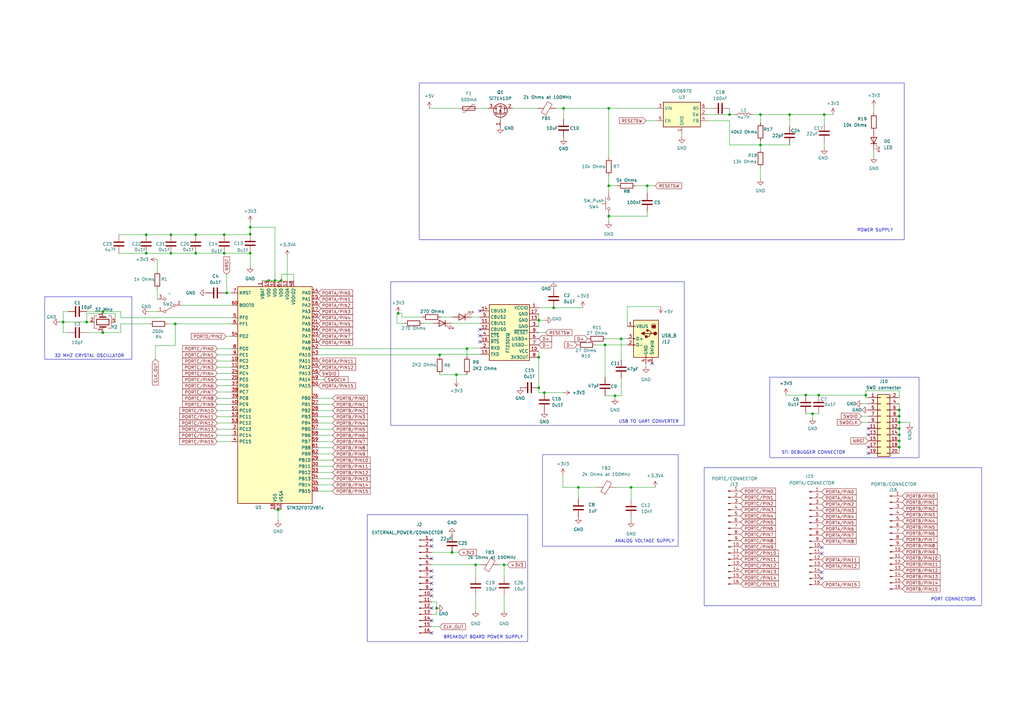
<source format=kicad_sch>
(kicad_sch (version 20230121) (generator eeschema)
  (paper "A3")
  (title_block (title "STM32F072VHB MCU BOARD") (date "2023-08-15") (rev "0"))
  (junction (at 59.944 103.886))
  (junction (at 110.236 115.062))
  (junction (at 42.164 136.398))
  (junction (at 223.266 161.036))
  (junction (at 114.046 209.042))
  (junction (at 59.944 96.266))
  (junction (at 258.826 199.898))
  (junction (at 368.808 168.148))
  (junction (at 311.912 59.436))
  (junction (at 179.07 249.428))
  (junction (at 80.264 103.886))
  (junction (at 237.236 199.898))
  (junction (at 163.322 128.524))
  (junction (at 338.074 46.99))
  (junction (at 91.948 96.266))
  (junction (at 115.316 115.062))
  (junction (at 368.808 170.688))
  (junction (at 220.98 146.558))
  (junction (at 335.788 162.052))
  (junction (at 206.756 231.648))
  (junction (at 323.85 46.99))
  (junction (at 355.092 162.052))
  (junction (at 185.42 226.568))
  (junction (at 333.248 169.672))
  (junction (at 25.908 132.08))
  (junction (at 368.808 173.228))
  (junction (at 249.682 44.45))
  (junction (at 42.164 127.762))
  (junction (at 187.198 153.67))
  (junction (at 80.264 96.266))
  (junction (at 180.34 145.542))
  (junction (at 91.948 103.886))
  (junction (at 249.682 76.2))
  (junction (at 227.076 126.238))
  (junction (at 102.616 96.012))
  (junction (at 35.56 132.08))
  (junction (at 265.43 76.2))
  (junction (at 368.808 183.388))
  (junction (at 112.776 115.062))
  (junction (at 368.808 180.848))
  (junction (at 102.616 93.218))
  (junction (at 368.808 178.308))
  (junction (at 248.158 141.478))
  (junction (at 299.212 46.99))
  (junction (at 102.616 103.886))
  (junction (at 231.14 44.45))
  (junction (at 71.882 132.842))
  (junction (at 330.454 162.052))
  (junction (at 311.912 46.99))
  (junction (at 220.98 159.004))
  (junction (at 92.964 120.142))
  (junction (at 191.516 143.002))
  (junction (at 70.104 103.886))
  (junction (at 368.808 175.768))
  (junction (at 195.072 231.648))
  (junction (at 254.762 138.938))
  (junction (at 252.222 162.306))
  (junction (at 220.98 131.318))
  (junction (at 70.104 96.266))
  (junction (at 249.682 88.646))
  (no_connect (at 267.462 149.098))
  (no_connect (at 177.038 234.188))
  (no_connect (at 177.038 236.728))
  (no_connect (at 177.038 249.428))
  (no_connect (at 196.85 140.208))
  (no_connect (at 177.038 239.268))
  (no_connect (at 177.038 244.348))
  (no_connect (at 177.038 259.588))
  (no_connect (at 337.058 237.236))
  (no_connect (at 177.038 254.508))
  (no_connect (at 337.058 227.076))
  (no_connect (at 177.038 221.488))
  (no_connect (at 356.108 183.388))
  (no_connect (at 337.058 224.536))
  (no_connect (at 177.038 224.028))
  (no_connect (at 177.038 229.108))
  (no_connect (at 196.85 135.128))
  (no_connect (at 177.038 241.808))
  (no_connect (at 356.108 175.768))
  (no_connect (at 196.85 137.668))
  (no_connect (at 337.058 234.696))
  (no_connect (at 356.108 185.928))
  (no_connect (at 196.85 127.508))
  (no_connect (at 356.108 178.308))
  (wire (pts (xy 249.682 76.2) (xy 253.238 76.2)))
  (wire (pts (xy 89.154 155.702) (xy 94.996 155.702)))
  (wire (pts (xy 162.814 132.588) (xy 162.814 128.778)))
  (wire (pts (xy 115.57 115.062) (xy 115.316 115.062)))
  (wire (pts (xy 89.154 143.002) (xy 94.996 143.002)))
  (wire (pts (xy 180.848 130.048) (xy 185.674 130.048)))
  (wire (pts (xy 333.248 169.672) (xy 333.248 171.45)))
  (wire (pts (xy 196.85 130.048) (xy 193.294 130.048)))
  (wire (pts (xy 107.696 115.062) (xy 110.236 115.062)))
  (wire (pts (xy 338.074 46.99) (xy 341.63 46.99)))
  (wire (pts (xy 71.882 141.732) (xy 63.754 141.732)))
  (wire (pts (xy 110.236 115.062) (xy 112.776 115.062)))
  (wire (pts (xy 289.814 46.99) (xy 299.212 46.99)))
  (wire (pts (xy 220.98 146.558) (xy 220.98 159.004)))
  (wire (pts (xy 35.56 128.524) (xy 35.56 132.08)))
  (wire (pts (xy 353.314 173.228) (xy 356.108 173.228)))
  (wire (pts (xy 330.454 169.672) (xy 333.248 169.672)))
  (wire (pts (xy 191.516 143.002) (xy 191.516 146.05)))
  (wire (pts (xy 136.398 181.102) (xy 130.556 181.102)))
  (wire (pts (xy 195.072 231.648) (xy 197.104 231.648)))
  (wire (pts (xy 196.088 44.45) (xy 200.152 44.45)))
  (wire (pts (xy 115.57 112.522) (xy 120.396 112.522)))
  (wire (pts (xy 185.42 226.822) (xy 185.42 226.568)))
  (wire (pts (xy 258.826 212.344) (xy 258.826 213.614)))
  (wire (pts (xy 206.756 231.648) (xy 206.756 236.474)))
  (wire (pts (xy 191.516 142.748) (xy 191.516 143.002)))
  (wire (pts (xy 223.52 131.318) (xy 220.98 131.318)))
  (wire (pts (xy 260.858 76.2) (xy 265.43 76.2)))
  (wire (pts (xy 42.164 127.762) (xy 49.53 127.762)))
  (wire (pts (xy 230.886 194.818) (xy 230.886 199.898)))
  (wire (pts (xy 322.326 162.052) (xy 330.454 162.052)))
  (wire (pts (xy 244.348 141.478) (xy 248.158 141.478)))
  (wire (pts (xy 35.56 132.08) (xy 37.084 132.08)))
  (wire (pts (xy 180.34 145.288) (xy 196.85 145.288)))
  (wire (pts (xy 71.882 132.842) (xy 94.996 132.842)))
  (wire (pts (xy 59.944 103.886) (xy 48.768 103.886)))
  (wire (pts (xy 115.57 112.522) (xy 115.57 115.062)))
  (wire (pts (xy 89.154 176.022) (xy 94.996 176.022)))
  (wire (pts (xy 162.814 128.778) (xy 163.068 128.778)))
  (wire (pts (xy 91.948 103.886) (xy 80.264 103.886)))
  (wire (pts (xy 249.682 72.136) (xy 249.682 76.2)))
  (wire (pts (xy 223.266 161.036) (xy 220.98 161.036)))
  (wire (pts (xy 180.34 257.048) (xy 177.038 257.048)))
  (wire (pts (xy 89.154 153.162) (xy 94.996 153.162)))
  (wire (pts (xy 237.236 199.898) (xy 244.856 199.898)))
  (wire (pts (xy 185.42 226.568) (xy 187.96 226.568)))
  (wire (pts (xy 299.212 44.45) (xy 299.212 46.99)))
  (wire (pts (xy 368.808 175.768) (xy 368.808 178.308)))
  (wire (pts (xy 333.248 169.672) (xy 335.788 169.672)))
  (wire (pts (xy 248.666 138.938) (xy 254.762 138.938)))
  (wire (pts (xy 91.948 96.266) (xy 80.264 96.266)))
  (wire (pts (xy 35.56 127.762) (xy 42.164 127.762)))
  (wire (pts (xy 25.908 127.762) (xy 27.94 127.762)))
  (wire (pts (xy 80.264 103.886) (xy 70.104 103.886)))
  (wire (pts (xy 132.842 155.702) (xy 130.556 155.702)))
  (wire (pts (xy 89.154 173.482) (xy 94.996 173.482)))
  (wire (pts (xy 89.154 150.622) (xy 94.996 150.622)))
  (wire (pts (xy 191.516 142.748) (xy 196.85 142.748)))
  (wire (pts (xy 112.776 93.218) (xy 112.776 115.062)))
  (wire (pts (xy 35.56 128.524) (xy 47.244 128.524)))
  (wire (pts (xy 355.092 160.274) (xy 368.808 160.274)))
  (wire (pts (xy 136.398 193.802) (xy 130.556 193.802)))
  (wire (pts (xy 248.158 154.686) (xy 248.158 141.478)))
  (wire (pts (xy 42.164 136.398) (xy 49.53 136.398)))
  (wire (pts (xy 210.312 44.45) (xy 220.472 44.45)))
  (wire (pts (xy 164.846 128.524) (xy 163.322 128.524)))
  (wire (pts (xy 112.776 115.062) (xy 115.316 115.062)))
  (wire (pts (xy 176.022 44.45) (xy 188.468 44.45)))
  (wire (pts (xy 206.756 250.444) (xy 206.756 244.094)))
  (wire (pts (xy 59.944 96.266) (xy 48.768 96.266)))
  (wire (pts (xy 237.236 204.47) (xy 237.236 199.898)))
  (wire (pts (xy 231.14 161.036) (xy 223.266 161.036)))
  (wire (pts (xy 120.396 112.522) (xy 120.396 115.062)))
  (wire (pts (xy 373.126 173.228) (xy 373.126 173.99)))
  (wire (pts (xy 311.912 59.436) (xy 299.212 59.436)))
  (wire (pts (xy 249.682 44.45) (xy 269.494 44.45)))
  (wire (pts (xy 311.912 59.436) (xy 323.85 59.436)))
  (wire (pts (xy 47.244 128.524) (xy 47.244 132.08)))
  (wire (pts (xy 114.046 213.614) (xy 114.046 209.042)))
  (wire (pts (xy 355.092 162.052) (xy 355.092 163.068)))
  (wire (pts (xy 89.154 168.402) (xy 94.996 168.402)))
  (wire (pts (xy 179.07 249.428) (xy 179.07 251.968)))
  (wire (pts (xy 254.762 138.938) (xy 257.302 138.938)))
  (wire (pts (xy 358.394 43.688) (xy 358.394 46.228)))
  (wire (pts (xy 252.222 163.322) (xy 252.222 162.306)))
  (wire (pts (xy 353.314 170.688) (xy 356.108 170.688)))
  (wire (pts (xy 42.164 127.762) (xy 42.164 128.27)))
  (wire (pts (xy 249.682 64.516) (xy 249.682 44.45)))
  (wire (pts (xy 368.808 173.228) (xy 368.808 175.768)))
  (wire (pts (xy 338.074 58.42) (xy 338.074 60.706)))
  (wire (pts (xy 25.908 127.762) (xy 25.908 132.08)))
  (wire (pts (xy 252.476 199.898) (xy 258.826 199.898)))
  (wire (pts (xy 230.886 199.898) (xy 237.236 199.898)))
  (wire (pts (xy 196.85 132.588) (xy 185.166 132.588)))
  (wire (pts (xy 177.038 246.888) (xy 179.07 246.888)))
  (wire (pts (xy 60.96 127.762) (xy 64.516 127.762)))
  (wire (pts (xy 187.198 153.67) (xy 187.198 155.956)))
  (wire (pts (xy 220.98 144.018) (xy 220.98 146.558)))
  (wire (pts (xy 195.072 231.648) (xy 195.072 236.474)))
  (wire (pts (xy 279.654 54.61) (xy 279.654 56.134)))
  (wire (pts (xy 136.398 201.422) (xy 130.556 201.422)))
  (wire (pts (xy 299.212 49.53) (xy 289.814 49.53)))
  (wire (pts (xy 64.516 118.618) (xy 64.516 122.682)))
  (wire (pts (xy 368.808 180.848) (xy 368.808 183.388)))
  (wire (pts (xy 94.996 125.222) (xy 74.676 125.222)))
  (wire (pts (xy 311.912 57.912) (xy 311.912 59.436)))
  (wire (pts (xy 311.912 73.406) (xy 311.912 68.834)))
  (wire (pts (xy 227.076 126.238) (xy 239.014 126.238)))
  (wire (pts (xy 368.808 160.274) (xy 368.808 163.068)))
  (wire (pts (xy 187.198 153.67) (xy 191.516 153.67)))
  (wire (pts (xy 25.908 132.08) (xy 25.908 136.398)))
  (wire (pts (xy 164.846 130.048) (xy 173.228 130.048)))
  (wire (pts (xy 265.43 76.2) (xy 268.732 76.2)))
  (wire (pts (xy 136.398 163.322) (xy 130.556 163.322)))
  (wire (pts (xy 368.808 165.608) (xy 368.808 168.148)))
  (wire (pts (xy 180.34 153.67) (xy 187.198 153.67)))
  (wire (pts (xy 177.038 251.968) (xy 179.07 251.968)))
  (wire (pts (xy 136.398 173.482) (xy 130.556 173.482)))
  (wire (pts (xy 114.046 209.042) (xy 115.316 209.042)))
  (wire (pts (xy 25.908 136.398) (xy 27.94 136.398)))
  (wire (pts (xy 136.398 176.022) (xy 130.556 176.022)))
  (wire (pts (xy 89.154 148.082) (xy 94.996 148.082)))
  (wire (pts (xy 136.398 178.562) (xy 130.556 178.562)))
  (wire (pts (xy 89.154 181.102) (xy 94.996 181.102)))
  (wire (pts (xy 102.616 96.266) (xy 91.948 96.266)))
  (wire (pts (xy 254.762 147.574) (xy 254.762 138.938)))
  (wire (pts (xy 254.762 155.194) (xy 254.762 162.306)))
  (wire (pts (xy 231.14 44.45) (xy 231.14 48.768)))
  (wire (pts (xy 102.616 91.186) (xy 102.616 93.218)))
  (wire (pts (xy 330.454 162.052) (xy 335.788 162.052)))
  (wire (pts (xy 24.384 132.08) (xy 25.908 132.08)))
  (wire (pts (xy 323.85 46.99) (xy 338.074 46.99)))
  (wire (pts (xy 249.682 88.646) (xy 249.682 90.932)))
  (wire (pts (xy 355.092 162.052) (xy 355.092 160.274)))
  (wire (pts (xy 195.072 244.094) (xy 195.072 250.444)))
  (wire (pts (xy 264.922 150.368) (xy 264.922 149.098)))
  (wire (pts (xy 257.302 141.478) (xy 248.158 141.478)))
  (wire (pts (xy 204.724 231.648) (xy 206.756 231.648)))
  (wire (pts (xy 71.882 132.842) (xy 71.882 141.732)))
  (wire (pts (xy 299.212 59.436) (xy 299.212 49.53)))
  (wire (pts (xy 177.038 226.568) (xy 185.42 226.568)))
  (wire (pts (xy 368.808 170.688) (xy 368.808 173.228)))
  (wire (pts (xy 220.98 131.318) (xy 220.98 128.778)))
  (wire (pts (xy 117.856 105.156) (xy 117.856 115.062)))
  (wire (pts (xy 223.774 136.398) (xy 220.98 136.398)))
  (wire (pts (xy 70.104 103.886) (xy 59.944 103.886)))
  (wire (pts (xy 25.908 132.08) (xy 35.56 132.08)))
  (wire (pts (xy 136.398 188.722) (xy 130.556 188.722)))
  (wire (pts (xy 136.398 186.182) (xy 130.556 186.182)))
  (wire (pts (xy 249.682 76.2) (xy 249.682 78.486)))
  (wire (pts (xy 257.302 125.73) (xy 271.018 125.73)))
  (wire (pts (xy 228.092 44.45) (xy 231.14 44.45)))
  (wire (pts (xy 265.43 86.868) (xy 265.43 88.646)))
  (wire (pts (xy 102.616 103.632) (xy 102.616 103.886)))
  (wire (pts (xy 358.394 64.262) (xy 358.394 61.468)))
  (wire (pts (xy 180.34 145.288) (xy 180.34 145.542)))
  (wire (pts (xy 102.616 103.886) (xy 91.948 103.886)))
  (wire (pts (xy 220.98 133.858) (xy 220.98 131.318)))
  (wire (pts (xy 162.814 132.588) (xy 165.862 132.588)))
  (wire (pts (xy 89.154 163.322) (xy 94.996 163.322)))
  (wire (pts (xy 368.808 183.388) (xy 368.808 185.928)))
  (wire (pts (xy 163.068 128.524) (xy 163.322 128.524)))
  (wire (pts (xy 180.34 145.542) (xy 180.34 146.05)))
  (wire (pts (xy 311.912 46.99) (xy 323.85 46.99)))
  (wire (pts (xy 136.398 165.862) (xy 130.556 165.862)))
  (wire (pts (xy 130.556 145.542) (xy 180.34 145.542)))
  (wire (pts (xy 102.616 96.012) (xy 102.616 96.266)))
  (wire (pts (xy 231.14 56.642) (xy 231.14 56.388)))
  (wire (pts (xy 130.556 143.002) (xy 191.516 143.002)))
  (wire (pts (xy 252.222 162.306) (xy 254.762 162.306)))
  (wire (pts (xy 368.808 178.308) (xy 368.808 180.848)))
  (wire (pts (xy 89.154 170.942) (xy 94.996 170.942)))
  (wire (pts (xy 49.53 132.842) (xy 61.214 132.842)))
  (wire (pts (xy 136.398 198.882) (xy 130.556 198.882)))
  (wire (pts (xy 355.092 163.068) (xy 356.108 163.068)))
  (wire (pts (xy 89.154 158.242) (xy 94.996 158.242)))
  (wire (pts (xy 164.846 130.048) (xy 164.846 128.524)))
  (wire (pts (xy 265.43 76.2) (xy 265.43 79.248)))
  (wire (pts (xy 136.398 170.942) (xy 130.556 170.942)))
  (wire (pts (xy 323.85 51.816) (xy 323.85 46.99)))
  (wire (pts (xy 179.07 246.888) (xy 179.07 249.428)))
  (wire (pts (xy 258.826 199.898) (xy 258.826 204.724)))
  (wire (pts (xy 64.516 106.426) (xy 64.516 110.998)))
  (wire (pts (xy 49.53 132.842) (xy 49.53 136.398)))
  (wire (pts (xy 311.912 46.99) (xy 308.864 46.99)))
  (wire (pts (xy 299.212 46.99) (xy 301.244 46.99)))
  (wire (pts (xy 195.072 231.648) (xy 177.038 231.648)))
  (wire (pts (xy 264.922 49.53) (xy 269.494 49.53)))
  (wire (pts (xy 42.164 136.398) (xy 42.164 135.89)))
  (wire (pts (xy 257.302 125.73) (xy 257.302 133.858)))
  (wire (pts (xy 63.754 141.732) (xy 63.754 147.32)))
  (wire (pts (xy 206.756 231.648) (xy 208.026 231.648)))
  (wire (pts (xy 112.776 209.042) (xy 114.046 209.042)))
  (wire (pts (xy 136.398 168.402) (xy 130.556 168.402)))
  (wire (pts (xy 92.964 112.522) (xy 92.964 120.142)))
  (wire (pts (xy 112.776 93.218) (xy 102.616 93.218)))
  (wire (pts (xy 291.592 44.45) (xy 289.814 44.45)))
  (wire (pts (xy 353.822 165.608) (xy 356.108 165.608)))
  (wire (pts (xy 163.068 128.778) (xy 163.068 128.524)))
  (wire (pts (xy 102.616 93.218) (xy 102.616 96.012)))
  (wire (pts (xy 92.202 120.142) (xy 92.964 120.142)))
  (wire (pts (xy 68.834 132.842) (xy 71.882 132.842)))
  (wire (pts (xy 49.53 130.302) (xy 94.996 130.302)))
  (wire (pts (xy 265.43 88.646) (xy 249.682 88.646)))
  (wire (pts (xy 373.126 173.228) (xy 368.808 173.228)))
  (wire (pts (xy 102.616 103.886) (xy 102.616 109.22)))
  (wire (pts (xy 136.398 191.262) (xy 130.556 191.262)))
  (wire (pts (xy 89.154 178.562) (xy 94.996 178.562)))
  (wire (pts (xy 177.546 132.588) (xy 173.482 132.588)))
  (wire (pts (xy 220.98 161.036) (xy 220.98 159.004)))
  (wire (pts (xy 49.53 130.302) (xy 49.53 127.762)))
  (wire (pts (xy 311.912 59.436) (xy 311.912 61.214)))
  (wire (pts (xy 335.788 162.052) (xy 355.092 162.052)))
  (wire (pts (xy 338.074 46.99) (xy 338.074 50.8)))
  (wire (pts (xy 89.154 145.542) (xy 94.996 145.542)))
  (wire (pts (xy 89.154 165.862) (xy 94.996 165.862)))
  (wire (pts (xy 220.98 126.238) (xy 227.076 126.238)))
  (wire (pts (xy 92.964 120.142) (xy 94.996 120.142)))
  (wire (pts (xy 92.71 137.922) (xy 94.996 137.922)))
  (wire (pts (xy 258.826 199.898) (xy 268.732 199.898)))
  (wire (pts (xy 248.158 162.306) (xy 252.222 162.306)))
  (wire (pts (xy 231.14 44.45) (xy 249.682 44.45)))
  (wire (pts (xy 311.912 50.292) (xy 311.912 46.99)))
  (wire (pts (xy 368.808 168.148) (xy 368.808 170.688)))
  (wire (pts (xy 35.56 136.398) (xy 42.164 136.398)))
  (wire (pts (xy 89.154 160.782) (xy 94.996 160.782)))
  (wire (pts (xy 136.398 183.642) (xy 130.556 183.642)))
  (wire (pts (xy 70.104 96.266) (xy 59.944 96.266)))
  (wire (pts (xy 136.398 196.342) (xy 130.556 196.342)))
  (wire (pts (xy 80.264 96.266) (xy 70.104 96.266)))
  (rectangle (start 315.722 154.686) (end 376.936 187.706))
  (rectangle (start 18.288 121.666) (end 54.102 147.32))
  (rectangle (start 171.958 34.036) (end 370.84 98.298))
  (rectangle (start 160.274 115.57) (end 280.67 174.498))
  (rectangle (start 288.798 191.77) (end 402.59 248.412))
  (rectangle (start 222.504 186.436) (end 278.13 224.028))
  (rectangle (start 150.622 211.074) (end 216.408 263.144))
  (text "POWER SUPPLY" (at 351.536 95.25 0) (effects (font (size 1.27 1.27)) (justify left bottom)))
  (text "32 MHZ CRYSTAL OSCILLATOR" (at 22.352 146.812 0) (effects (font (size 1.27 1.27)) (justify left bottom)))
  (text "PORT CONNECTORS" (at 381.762 246.634 0) (effects (font (size 1.27 1.27)) (justify left bottom)))
  (text "BREAKOUT BOARD POWER SUPPLY" (at 181.864 262.128 0) (effects (font (size 1.27 1.27)) (justify left bottom)))
  (text "USB TO UART CONVERTER" (at 253.746 173.736 0) (effects (font (size 1.27 1.27)) (justify left bottom)))
  (text "ANALOG VOLTAGE SUPPLY" (at 252.222 222.758 0) (effects (font (size 1.27 1.27)) (justify left bottom)))
  (text "STI DEBUGGER CONNECTOR\n" (at 320.548 186.436 0) (effects (font (size 1.27 1.27)) (justify left bottom)))
  (global_label "PORTB{slash}PIN11" (shape input) (at 136.398 191.262 0) (property "Intersheetrefs" "${INTERSHEET_REFS}" (effects hide)))
  (global_label "PORTC{slash}PIN14" (shape input) (at 303.784 236.982 0) (property "Intersheetrefs" "${INTERSHEET_REFS}" (effects hide)))
  (global_label "PORTC{slash}PIN1" (shape input) (at 89.154 145.542 180) (property "Intersheetrefs" "${INTERSHEET_REFS}" (effects hide)))
  (global_label "PORTB{slash}PIN4" (shape input) (at 370.078 213.614 0) (property "Intersheetrefs" "${INTERSHEET_REFS}" (effects hide)))
  (global_label "PORTB{slash}PIN7" (shape input) (at 370.078 221.234 0) (property "Intersheetrefs" "${INTERSHEET_REFS}" (effects hide)))
  (global_label "PORTA{slash}PIN11" (shape input) (at 130.556 148.082 0) (property "Intersheetrefs" "${INTERSHEET_REFS}" (effects hide)))
  (global_label "PORTC{slash}PIN5" (shape input) (at 89.154 155.702 180) (property "Intersheetrefs" "${INTERSHEET_REFS}" (effects hide)))
  (global_label "PORTC{slash}PIN4" (shape input) (at 303.784 211.582 0) (property "Intersheetrefs" "${INTERSHEET_REFS}" (effects hide)))
  (global_label "PORTC{slash}PIN2" (shape input) (at 89.154 148.082 180) (property "Intersheetrefs" "${INTERSHEET_REFS}" (effects hide)))
  (global_label "RESETSW" (shape input) (at 268.732 76.2 0) (property "Intersheetrefs" "${INTERSHEET_REFS}" (effects hide)))
  (global_label "PORTB{slash}PIN2" (shape input) (at 136.398 168.402 0) (property "Intersheetrefs" "${INTERSHEET_REFS}" (effects hide)))
  (global_label "PORTB{slash}PIN9" (shape input) (at 136.398 186.182 0) (property "Intersheetrefs" "${INTERSHEET_REFS}" (effects hide)))
  (global_label "PORTA{slash}PIN7" (shape input) (at 130.556 137.922 0) (property "Intersheetrefs" "${INTERSHEET_REFS}" (effects hide)))
  (global_label "PORTA{slash}PIN2" (shape input) (at 130.556 125.222 0) (property "Intersheetrefs" "${INTERSHEET_REFS}" (effects hide)))
  (global_label "PORTB{slash}PIN5" (shape input) (at 136.398 176.022 0) (property "Intersheetrefs" "${INTERSHEET_REFS}" (effects hide)))
  (global_label "+3V3" (shape input) (at 187.96 226.568 0) (property "Intersheetrefs" "${INTERSHEET_REFS}" (effects hide)))
  (global_label "PORTB{slash}PIN12" (shape input) (at 370.078 233.934 0) (property "Intersheetrefs" "${INTERSHEET_REFS}" (effects hide)))
  (global_label "PORTB{slash}PIN14" (shape input) (at 370.078 239.014 0) (property "Intersheetrefs" "${INTERSHEET_REFS}" (effects hide)))
  (global_label "PORTA{slash}PIN6" (shape input) (at 130.556 135.382 0) (property "Intersheetrefs" "${INTERSHEET_REFS}" (effects hide)))
  (global_label "PORTC{slash}PIN0" (shape input) (at 89.154 143.002 180) (property "Intersheetrefs" "${INTERSHEET_REFS}" (effects hide)))
  (global_label "PORTB{slash}PIN9" (shape input) (at 370.078 226.314 0) (property "Intersheetrefs" "${INTERSHEET_REFS}" (effects hide)))
  (global_label "PORTB{slash}PIN6" (shape input) (at 370.078 218.694 0) (property "Intersheetrefs" "${INTERSHEET_REFS}" (effects hide)))
  (global_label "PORTA{slash}PIN11" (shape input) (at 337.058 229.616 0) (property "Intersheetrefs" "${INTERSHEET_REFS}" (effects hide)))
  (global_label "PORTA{slash}PIN4" (shape input) (at 130.556 130.302 0) (property "Intersheetrefs" "${INTERSHEET_REFS}" (effects hide)))
  (global_label "PORTC{slash}PIN0" (shape input) (at 303.784 201.422 0) (property "Intersheetrefs" "${INTERSHEET_REFS}" (effects hide)))
  (global_label "PORTB{slash}PIN3" (shape input) (at 370.078 211.074 0) (property "Intersheetrefs" "${INTERSHEET_REFS}" (effects hide)))
  (global_label "PORTC{slash}PIN9" (shape input) (at 89.154 165.862 180) (property "Intersheetrefs" "${INTERSHEET_REFS}" (effects hide)))
  (global_label "PORTB{slash}PIN13" (shape input) (at 370.078 236.474 0) (property "Intersheetrefs" "${INTERSHEET_REFS}" (effects hide)))
  (global_label "PORTC{slash}PIN13" (shape input) (at 89.154 176.022 180) (property "Intersheetrefs" "${INTERSHEET_REFS}" (effects hide)))
  (global_label "PORTC{slash}PIN13" (shape input) (at 303.784 234.442 0) (property "Intersheetrefs" "${INTERSHEET_REFS}" (effects hide)))
  (global_label "PORTB{slash}PIN4" (shape input) (at 136.398 173.482 0) (property "Intersheetrefs" "${INTERSHEET_REFS}" (effects hide)))
  (global_label "RESETSW" (shape input) (at 223.774 136.398 0) (property "Intersheetrefs" "${INTERSHEET_REFS}" (effects hide)))
  (global_label "PORTB{slash}PIN10" (shape input) (at 136.398 188.722 0) (property "Intersheetrefs" "${INTERSHEET_REFS}" (effects hide)))
  (global_label "PORTA{slash}PIN0" (shape input) (at 337.058 201.676 0) (property "Intersheetrefs" "${INTERSHEET_REFS}" (effects hide)))
  (global_label "PORTB{slash}PIN1" (shape input) (at 136.398 165.862 0) (property "Intersheetrefs" "${INTERSHEET_REFS}" (effects hide)))
  (global_label "PORTC{slash}PIN8" (shape input) (at 303.784 221.742 0) (property "Intersheetrefs" "${INTERSHEET_REFS}" (effects hide)))
  (global_label "PORTA{slash}PIN3" (shape input) (at 130.556 127.762 0) (property "Intersheetrefs" "${INTERSHEET_REFS}" (effects hide)))
  (global_label "SWDIO" (shape input) (at 353.314 170.688 180) (property "Intersheetrefs" "${INTERSHEET_REFS}" (effects hide)))
  (global_label "PORTA{slash}PIN2" (shape input) (at 337.058 206.756 0) (property "Intersheetrefs" "${INTERSHEET_REFS}" (effects hide)))
  (global_label "PORTA{slash}PIN8" (shape input) (at 337.058 221.996 0) (property "Intersheetrefs" "${INTERSHEET_REFS}" (effects hide)))
  (global_label "PORTB{slash}PIN12" (shape input) (at 136.398 193.802 0) (property "Intersheetrefs" "${INTERSHEET_REFS}" (effects hide)))
  (global_label "PORTB{slash}PIN2" (shape input) (at 370.078 208.534 0) (property "Intersheetrefs" "${INTERSHEET_REFS}" (effects hide)))
  (global_label "PORTB{slash}PIN0" (shape input) (at 370.078 203.454 0) (property "Intersheetrefs" "${INTERSHEET_REFS}" (effects hide)))
  (global_label "D-" (shape input) (at 236.728 141.478 180) (property "Intersheetrefs" "${INTERSHEET_REFS}" (effects hide)))
  (global_label "PORTA{slash}PIN0" (shape input) (at 130.556 120.142 0) (property "Intersheetrefs" "${INTERSHEET_REFS}" (effects hide)))
  (global_label "PORTB{slash}PIN0" (shape input) (at 136.398 163.322 0) (property "Intersheetrefs" "${INTERSHEET_REFS}" (effects hide)))
  (global_label "PORTC{slash}PIN8" (shape input) (at 89.154 163.322 180) (property "Intersheetrefs" "${INTERSHEET_REFS}" (effects hide)))
  (global_label "PORTB{slash}PIN3" (shape input) (at 136.398 170.942 0) (property "Intersheetrefs" "${INTERSHEET_REFS}" (effects hide)))
  (global_label "PORTB{slash}PIN8" (shape input) (at 136.398 183.642 0) (property "Intersheetrefs" "${INTERSHEET_REFS}" (effects hide)))
  (global_label "PORTA{slash}PIN12" (shape input) (at 130.556 150.622 0) (property "Intersheetrefs" "${INTERSHEET_REFS}" (effects hide)))
  (global_label "PORTB{slash}PIN10" (shape input) (at 370.078 228.854 0) (property "Intersheetrefs" "${INTERSHEET_REFS}" (effects hide)))
  (global_label "PORTA{slash}PIN15" (shape input) (at 130.556 158.242 0) (property "Intersheetrefs" "${INTERSHEET_REFS}" (effects hide)))
  (global_label "PORTC{slash}PIN10" (shape input) (at 303.784 226.822 0) (property "Intersheetrefs" "${INTERSHEET_REFS}" (effects hide)))
  (global_label "PORTC{slash}PIN3" (shape input) (at 89.154 150.622 180) (property "Intersheetrefs" "${INTERSHEET_REFS}" (effects hide)))
  (global_label "PORTB{slash}PIN5" (shape input) (at 370.078 216.154 0) (property "Intersheetrefs" "${INTERSHEET_REFS}" (effects hide)))
  (global_label "PORTA{slash}PIN7" (shape input) (at 337.058 219.456 0) (property "Intersheetrefs" "${INTERSHEET_REFS}" (effects hide)))
  (global_label "PORTC{slash}PIN6" (shape input) (at 303.784 216.662 0) (property "Intersheetrefs" "${INTERSHEET_REFS}" (effects hide)))
  (global_label "PORTC{slash}PIN12" (shape input) (at 303.784 231.902 0) (property "Intersheetrefs" "${INTERSHEET_REFS}" (effects hide)))
  (global_label "PORTC{slash}PIN10" (shape input) (at 89.154 168.402 180) (property "Intersheetrefs" "${INTERSHEET_REFS}" (effects hide)))
  (global_label "PORTA{slash}PIN1" (shape input) (at 337.058 204.216 0) (property "Intersheetrefs" "${INTERSHEET_REFS}" (effects hide)))
  (global_label "CLK_OUT" (shape input) (at 180.34 257.048 0) (property "Intersheetrefs" "${INTERSHEET_REFS}" (effects hide)))
  (global_label "D-" (shape input) (at 220.98 141.478 0) (property "Intersheetrefs" "${INTERSHEET_REFS}" (effects hide)))
  (global_label "PORTA{slash}PIN12" (shape input) (at 337.058 232.156 0) (property "Intersheetrefs" "${INTERSHEET_REFS}" (effects hide)))
  (global_label "PORTC{slash}PIN9" (shape input) (at 303.784 224.282 0) (property "Intersheetrefs" "${INTERSHEET_REFS}" (effects hide)))
  (global_label "PORTC{slash}PIN5" (shape input) (at 303.784 214.122 0) (property "Intersheetrefs" "${INTERSHEET_REFS}" (effects hide)))
  (global_label "PORTA{slash}PIN6" (shape input) (at 337.058 216.916 0) (property "Intersheetrefs" "${INTERSHEET_REFS}" (effects hide)))
  (global_label "NRST" (shape input) (at 92.964 112.522 90) (property "Intersheetrefs" "${INTERSHEET_REFS}" (effects hide)))
  (global_label "SWDIO" (shape input) (at 130.556 153.162 0) (property "Intersheetrefs" "${INTERSHEET_REFS}" (effects hide)))
  (global_label "PORTC{slash}PIN14" (shape input) (at 89.154 178.562 180) (property "Intersheetrefs" "${INTERSHEET_REFS}" (effects hide)))
  (global_label "PORTA{slash}PIN1" (shape input) (at 130.556 122.682 0) (property "Intersheetrefs" "${INTERSHEET_REFS}" (effects hide)))
  (global_label "CLK_OUT" (shape input) (at 63.754 147.32 270) (property "Intersheetrefs" "${INTERSHEET_REFS}" (effects hide)))
  (global_label "PORTC{slash}PIN4" (shape input) (at 89.154 153.162 180) (property "Intersheetrefs" "${INTERSHEET_REFS}" (effects hide)))
  (global_label "PORTC{slash}PIN11" (shape input) (at 303.784 229.362 0) (property "Intersheetrefs" "${INTERSHEET_REFS}" (effects hide)))
  (global_label "PORTA{slash}PIN5" (shape input) (at 130.556 132.842 0) (property "Intersheetrefs" "${INTERSHEET_REFS}" (effects hide)))
  (global_label "+3V3" (shape input) (at 208.026 231.648 0) (property "Intersheetrefs" "${INTERSHEET_REFS}" (effects hide)))
  (global_label "PORTC{slash}PIN3" (shape input) (at 303.784 209.042 0) (property "Intersheetrefs" "${INTERSHEET_REFS}" (effects hide)))
  (global_label "D+" (shape input) (at 241.046 138.938 180) (property "Intersheetrefs" "${INTERSHEET_REFS}" (effects hide)))
  (global_label "PORTC{slash}PIN2" (shape input) (at 303.784 206.502 0) (property "Intersheetrefs" "${INTERSHEET_REFS}" (effects hide)))
  (global_label "D+" (shape input) (at 220.98 138.938 0) (property "Intersheetrefs" "${INTERSHEET_REFS}" (effects hide)))
  (global_label "PORTB{slash}PIN6" (shape input) (at 136.398 178.562 0) (property "Intersheetrefs" "${INTERSHEET_REFS}" (effects hide)))
  (global_label "PORTC{slash}PIN6" (shape input) (at 89.154 158.242 180) (property "Intersheetrefs" "${INTERSHEET_REFS}" (effects hide)))
  (global_label "PORTA{slash}PIN15" (shape input) (at 337.058 239.776 0) (property "Intersheetrefs" "${INTERSHEET_REFS}" (effects hide)))
  (global_label "SWDCLK" (shape input) (at 132.842 155.702 0) (property "Intersheetrefs" "${INTERSHEET_REFS}" (effects hide)))
  (global_label "SWDCLK" (shape input) (at 353.314 173.228 180) (property "Intersheetrefs" "${INTERSHEET_REFS}" (effects hide)))
  (global_label "PORTC{slash}PIN15" (shape input) (at 303.784 239.522 0) (property "Intersheetrefs" "${INTERSHEET_REFS}" (effects hide)))
  (global_label "PORTC{slash}PIN7" (shape input) (at 303.784 219.202 0) (property "Intersheetrefs" "${INTERSHEET_REFS}" (effects hide)))
  (global_label "PORTB{slash}PIN13" (shape input) (at 136.398 196.342 0) (property "Intersheetrefs" "${INTERSHEET_REFS}" (effects hide)))
  (global_label "PORTC{slash}PIN1" (shape input) (at 303.784 203.962 0) (property "Intersheetrefs" "${INTERSHEET_REFS}" (effects hide)))
  (global_label "RESETSW" (shape input) (at 264.922 49.53 180) (property "Intersheetrefs" "${INTERSHEET_REFS}" (effects hide)))
  (global_label "PORTC{slash}PIN12" (shape input) (at 89.154 173.482 180) (property "Intersheetrefs" "${INTERSHEET_REFS}" (effects hide)))
  (global_label "PORTB{slash}PIN8" (shape input) (at 370.078 223.774 0) (property "Intersheetrefs" "${INTERSHEET_REFS}" (effects hide)))
  (global_label "PORTC{slash}PIN11" (shape input) (at 89.154 170.942 180) (property "Intersheetrefs" "${INTERSHEET_REFS}" (effects hide)))
  (global_label "PORTB{slash}PIN1" (shape input) (at 370.078 205.994 0) (property "Intersheetrefs" "${INTERSHEET_REFS}" (effects hide)))
  (global_label "NRST" (shape input) (at 356.108 180.848 180) (property "Intersheetrefs" "${INTERSHEET_REFS}" (effects hide)))
  (global_label "PORTA{slash}PIN4" (shape input) (at 337.058 211.836 0) (property "Intersheetrefs" "${INTERSHEET_REFS}" (effects hide)))
  (global_label "PORTD{slash}PIN2" (shape input) (at 92.71 137.922 180) (property "Intersheetrefs" "${INTERSHEET_REFS}" (effects hide)))
  (global_label "PORTB{slash}PIN7" (shape input) (at 136.398 181.102 0) (property "Intersheetrefs" "${INTERSHEET_REFS}" (effects hide)))
  (global_label "PORTA{slash}PIN3" (shape input) (at 337.058 209.296 0) (property "Intersheetrefs" "${INTERSHEET_REFS}" (effects hide)))
  (global_label "PORTB{slash}PIN15" (shape input) (at 136.398 201.422 0) (property "Intersheetrefs" "${INTERSHEET_REFS}" (effects hide)))
  (global_label "PORTB{slash}PIN14" (shape input) (at 136.398 198.882 0) (property "Intersheetrefs" "${INTERSHEET_REFS}" (effects hide)))
  (global_label "PORTC{slash}PIN15" (shape input) (at 89.154 181.102 180) (property "Intersheetrefs" "${INTERSHEET_REFS}" (effects hide)))
  (global_label "PORTB{slash}PIN15" (shape input) (at 370.078 241.554 0) (property "Intersheetrefs" "${INTERSHEET_REFS}" (effects hide)))
  (global_label "PORTA{slash}PIN5" (shape input) (at 337.058 214.376 0) (property "Intersheetrefs" "${INTERSHEET_REFS}" (effects hide)))
  (global_label "PORTC{slash}PIN7" (shape input) (at 89.154 160.782 180) (property "Intersheetrefs" "${INTERSHEET_REFS}" (effects hide)))
  (global_label "PORTA{slash}PIN8" (shape input) (at 130.556 140.462 0) (property "Intersheetrefs" "${INTERSHEET_REFS}" (effects hide)))
  (global_label "PORTB{slash}PIN11" (shape input) (at 370.078 231.394 0) (property "Intersheetrefs" "${INTERSHEET_REFS}" (effects hide)))
  (symbol (lib_id "power:GND") (at 206.756 250.444 0) (unit 1)
    (property "Reference" "#PWR033" (effects hide))
    (property "Value" "GND" (at 206.756 255.778 0))
  )
  (symbol (lib_id "Connector:Conn_01x16_Pin") (at 364.998 221.234 0) (unit 1)
    (property "Reference" "J16" (at 366.268 200.914 0))
    (property "Value" "PORTB/CONNECTOR" (at 366.522 198.628 0))
    (property "Footprint" "Connector_PinHeader_2.00mm:PinHeader_1x16_P2.00mm_Vertical" (effects hide))
  )
  (symbol (lib_id "Device:R") (at 169.672 132.588 270) (unit 1)
    (property "Reference" "R2" (effects hide))
    (property "Value" "270 Ohms" (at 164.592 134.62 90) (effects (justify left)))
    (property "Footprint" "Resistor_SMD:R_0402_1005Metric" (effects hide))
  )
  (symbol (lib_id "Connector:Conn_01x16_Pin") (at 298.704 219.202 0) (unit 1)
    (property "Reference" "J13" (at 300.99 198.628 0))
    (property "Value" "PORTC/CONNECTOR" (at 301.244 196.342 0))
    (property "Footprint" "Connector_PinHeader_2.00mm:PinHeader_1x16_P2.00mm_Vertical" (effects hide))
  )
  (symbol (lib_id "power:GND") (at 231.14 56.642 0) (unit 1)
    (property "Reference" "#PWR015" (effects hide))
    (property "Value" "GND" (at 231.14 60.96 0))
  )
  (symbol (lib_id "power:+3V3") (at 358.394 43.688 0) (unit 1)
    (property "Reference" "#PWR030" (effects hide))
    (property "Value" "+3V3" (at 358.394 39.116 0))
  )
  (symbol (lib_id "Device:C") (at 195.072 240.284 0) (unit 1)
    (property "Reference" "C19" (at 199.136 239.014 0) (effects (justify left)))
    (property "Value" "10uF" (at 199.136 241.554 0) (effects (justify left)))
    (property "Footprint" "Capacitor_SMD:C_0603_1608Metric" (effects hide))
  )
  (symbol (lib_id "Connector_Generic:Conn_02x10_Odd_Even") (at 361.188 173.228 0) (unit 1)
    (property "Reference" "J10" (at 362.458 156.464 0))
    (property "Value" "SWD connector" (at 362.458 159.004 0))
    (property "Footprint" "Connector_PinHeader_2.00mm:PinHeader_2x10_P2.00mm_Vertical" (effects hide))
  )
  (symbol (lib_id "Device:R") (at 311.912 54.102 0) (mirror y) (unit 1)
    (property "Reference" "R17" (at 316.992 53.086 0) (effects (justify left)))
    (property "Value" "40k2 Ohms" (at 310.642 54.102 0) (effects (justify left)))
    (property "Footprint" "Resistor_SMD:R_0402_1005Metric" (effects hide))
  )
  (symbol (lib_id "Device:R") (at 64.516 114.808 0) (unit 1)
    (property "Reference" "R1" (at 66.04 114.554 0) (effects (justify left)))
    (property "Value" "1k Ohms" (at 54.864 114.554 0) (effects (justify left)))
    (property "Footprint" "Resistor_SMD:R_0402_1005Metric" (effects hide))
  )
  (symbol (lib_id "Connector:Conn_01x16_Pin") (at 331.978 219.456 0) (unit 1)
    (property "Reference" "J15" (at 331.978 195.326 0))
    (property "Value" "PORTA/CONNECTOR" (at 332.994 198.12 0))
    (property "Footprint" "Connector_PinHeader_2.00mm:PinHeader_1x16_P2.00mm_Vertical" (effects hide))
  )
  (symbol (lib_id "power:GND") (at 227.076 118.618 180) (unit 1)
    (property "Reference" "#PWR018" (effects hide))
    (property "Value" "GND" (at 224.028 118.364 0))
  )
  (symbol (lib_id "Device:C") (at 223.266 164.846 0) (unit 1)
    (property "Reference" "C16" (at 226.314 163.576 0) (effects (justify left)))
    (property "Value" "0u1F" (at 226.314 166.116 0) (effects (justify left)))
    (property "Footprint" "Capacitor_SMD:C_0402_1005Metric" (effects hide))
  )
  (symbol (lib_id "Device:LED") (at 358.394 57.658 90) (unit 1)
    (property "Reference" "D0" (at 362.458 57.9755 90) (effects (justify right)))
    (property "Value" "LED" (at 362.458 60.5155 90) (effects (justify right)))
    (property "Footprint" "LED_SMD:LED_0603_1608Metric" (effects hide))
  )
  (symbol (lib_id "Device:C") (at 231.14 52.578 0) (unit 1)
    (property "Reference" "C10" (at 233.68 52.578 0) (effects (justify left)))
    (property "Value" "10uF" (at 224.028 52.578 0) (effects (justify left)))
    (property "Footprint" "Capacitor_SMD:C_0603_1608Metric" (effects hide))
  )
  (symbol (lib_id "MCU_ST_STM32F0:STM32F072RBTx") (at 112.776 163.322 0) (unit 1)
    (property "Reference" "U1" (at 104.648 208.026 0) (effects (justify left)))
    (property "Value" "STM32F072VBTx" (at 117.5101 208.28 0) (effects (justify left)))
    (property "Footprint" "Package_QFP:LQFP-64_10x10mm_P0.5mm" (effects hide))
    (property "Datasheet" "https://www.st.com/resource/en/datasheet/stm32f072rb.pdf" (effects hide))
  )
  (symbol (lib_id "power:+3V3") (at 231.14 161.036 270) (unit 1)
    (property "Reference" "#PWR019" (effects hide))
    (property "Value" "+3V3" (at 234.696 161.036 90) (effects (justify left)))
  )
  (symbol (lib_id "Device:C") (at 206.756 240.284 0) (unit 1)
    (property "Reference" "C26" (at 210.82 239.014 0) (effects (justify left)))
    (property "Value" "10uF" (at 210.82 241.554 0) (effects (justify left)))
    (property "Footprint" "Capacitor_SMD:C_0603_1608Metric" (effects hide))
  )
  (symbol (lib_id "Device:C") (at 258.826 208.534 0) (unit 1)
    (property "Reference" "C12" (at 262.89 207.264 0) (effects (justify left)))
    (property "Value" "10nF" (at 262.89 209.804 0) (effects (justify left)))
    (property "Footprint" "Capacitor_SMD:C_0603_1608Metric" (effects hide))
  )
  (symbol (lib_id "power:GND") (at 102.616 109.22 0) (mirror y) (unit 1)
    (property "Reference" "#PWR049" (effects hide))
    (property "Value" "GND" (at 102.616 114.3 0))
  )
  (symbol (lib_id "Interface_USB:FT230XQ") (at 208.28 138.938 180) (unit 1)
    (property "Reference" "U2" (effects hide))
    (property "Value" "FT230XQ" (at 208.28 136.398 90) (effects (justify left)))
    (property "Footprint" "Package_SO:HTSSOP-16-1EP_4.4x5mm_P0.65mm_EP3.4x5mm" (effects hide))
    (property "Datasheet" "https://www.ftdichip.com/Support/Documents/DataSheets/ICs/DS_FT230X.pdf" (effects hide))
  )
  (symbol (lib_id "power:GND") (at 358.394 64.262 0) (unit 1)
    (property "Reference" "#PWR053" (effects hide))
    (property "Value" "GND" (at 358.394 69.088 0))
  )
  (symbol (lib_id "power:+5V") (at 176.022 44.45 0) (unit 1)
    (property "Reference" "#PWR07" (effects hide))
    (property "Value" "+5V" (at 176.022 39.37 0))
  )
  (symbol (lib_id "Device:C") (at 31.75 127.762 90) (unit 1)
    (property "Reference" "C1" (at 31.75 124.206 90))
    (property "Value" "10pF" (at 35.56 125.984 90))
    (property "Footprint" "Capacitor_SMD:C_0402_1005Metric" (effects hide))
  )
  (symbol (lib_id "Device:R") (at 257.048 76.2 90) (unit 1)
    (property "Reference" "R8" (at 257.048 78.486 90))
    (property "Value" "5k Ohms" (at 257.048 73.914 90))
    (property "Footprint" "Resistor_SMD:R_0402_1005Metric" (effects hide))
  )
  (symbol (lib_id "Device:C") (at 88.392 120.142 90) (unit 1)
    (property "Reference" "C4" (at 88.392 113.284 90))
    (property "Value" "0u1F" (at 88.392 115.824 90))
    (property "Footprint" "Capacitor_SMD:C_0402_1005Metric" (effects hide))
  )
  (symbol (lib_id "Device:FerriteBead") (at 224.282 44.45 90) (unit 1)
    (property "Reference" "FB1" (at 224.028 48.514 90))
    (property "Value" "2k Ohms at 100MHz" (at 224.536 39.878 90))
    (property "Footprint" "Inductor_SMD:L_0603_1608Metric" (effects hide))
  )
  (symbol (lib_id "power:GND") (at 179.07 249.428 90) (unit 1)
    (property "Reference" "#PWR034" (effects hide))
    (property "Value" "GND" (at 179.832 251.714 90) (effects (justify right)))
  )
  (symbol (lib_id "Device:C") (at 295.402 44.45 90) (unit 1)
    (property "Reference" "C18" (at 295.402 37.846 90))
    (property "Value" "100nF" (at 295.402 40.386 90))
    (property "Footprint" "Capacitor_SMD:C_0402_1005Metric" (effects hide))
  )
  (symbol (lib_id "power:GND") (at 60.96 127.762 270) (unit 1)
    (property "Reference" "#PWR03" (effects hide))
    (property "Value" "GND" (at 57.912 125.73 90) (effects (justify left)))
  )
  (symbol (lib_id "Device:C") (at 237.236 208.28 0) (unit 1)
    (property "Reference" "C8" (at 241.3 207.01 0) (effects (justify left)))
    (property "Value" "1uF" (at 241.3 209.55 0) (effects (justify left)))
    (property "Footprint" "Capacitor_SMD:C_0603_1608Metric" (effects hide))
  )
  (symbol (lib_id "power:GND") (at 24.384 132.08 270) (unit 1)
    (property "Reference" "#PWR01" (effects hide))
    (property "Value" "GND" (at 23.114 130.048 90) (effects (justify right)))
  )
  (symbol (lib_id "power:GND") (at 353.822 165.608 270) (unit 1)
    (property "Reference" "#PWR013" (effects hide))
    (property "Value" "GND" (at 351.282 165.608 90) (effects (justify right)))
  )
  (symbol (lib_id "power:GND") (at 338.074 60.706 0) (mirror y) (unit 1)
    (property "Reference" "#PWR029" (effects hide))
    (property "Value" "GND" (at 337.566 64.77 0))
  )
  (symbol (lib_id "Device:R") (at 65.024 132.842 270) (unit 1)
    (property "Reference" "R4" (at 65.024 138.176 90))
    (property "Value" "200k" (at 64.77 135.89 90))
    (property "Footprint" "Resistor_SMD:R_0402_1005Metric" (effects hide))
  )
  (symbol (lib_id "Device:L") (at 305.054 46.99 90) (unit 1)
    (property "Reference" "L1" (at 306.324 45.212 90) (effects (justify left)))
    (property "Value" "4u7H" (at 307.594 48.006 90) (effects (justify left)))
    (property "Footprint" "Inductor_SMD:L_0805_2012Metric" (effects hide))
  )
  (symbol (lib_id "power:+3V3") (at 187.198 155.956 180) (unit 1)
    (property "Reference" "#PWR020" (effects hide))
    (property "Value" "+3V3" (at 187.198 160.274 0))
  )
  (symbol (lib_id "Device:LED") (at 181.356 132.588 0) (mirror y) (unit 1)
    (property "Reference" "D1" (effects hide))
    (property "Value" "LED" (effects hide))
    (property "Footprint" "LED_SMD:LED_0603_1608Metric" (effects hide))
  )
  (symbol (lib_id "Device:C") (at 254.762 151.384 0) (unit 1)
    (property "Reference" "C11" (at 250.444 149.098 0) (effects (justify left)))
    (property "Value" "47pF" (at 257.048 151.384 0) (effects (justify left)))
    (property "Footprint" "Capacitor_SMD:C_0603_1608Metric" (effects hide))
  )
  (symbol (lib_id "Device:Crystal_GND24") (at 42.164 132.08 90) (mirror x) (unit 1)
    (property "Reference" "Y2" (at 45.72 134.112 90) (effects (justify right)))
    (property "Value" "32 MHz" (at 38.862 127 90) (effects (justify right)))
    (property "Footprint" "Crystal:Crystal_SMD_2520-4Pin_2.5x2.0mm" (effects hide))
  )
  (symbol (lib_id "Device:FerriteBead") (at 200.914 231.648 90) (unit 1)
    (property "Reference" "FB3" (at 200.914 226.568 90))
    (property "Value" "2k Ohms at 100MHz" (at 201.676 228.6 90))
    (property "Footprint" "Inductor_SMD:L_0603_1608Metric" (effects hide))
  )
  (symbol (lib_id "Device:C") (at 80.264 100.076 0) (mirror y) (unit 1)
    (property "Reference" "C20" (at 77.724 100.076 0) (effects (justify left)))
    (property "Value" "0u1F" (at 79.756 102.362 0) (effects (justify left)))
    (property "Footprint" "Capacitor_SMD:C_0402_1005Metric" (effects hide))
  )
  (symbol (lib_id "power:GND") (at 84.582 120.142 270) (unit 1)
    (property "Reference" "#PWR04" (effects hide))
    (property "Value" "GND" (at 80.264 120.142 90) (effects (justify right)))
  )
  (symbol (lib_id "Connector:Conn_01x16_Pin") (at 171.958 239.268 0) (unit 1)
    (property "Reference" "J2" (at 171.958 215.138 0))
    (property "Value" "EXTERNAL_POWER/CONNECTOR" (at 167.132 218.44 0))
    (property "Footprint" "Connector_PinHeader_2.00mm:PinHeader_1x16_P2.00mm_Vertical" (effects hide))
  )
  (symbol (lib_id "power:GND") (at 252.222 163.322 0) (unit 1)
    (property "Reference" "#PWR026" (effects hide))
    (property "Value" "GND" (at 252.222 168.148 0))
  )
  (symbol (lib_id "Regulator_Switching:DIO6970") (at 279.654 46.99 0) (unit 1)
    (property "Reference" "U3" (at 279.654 39.878 0))
    (property "Value" "DIO6970" (at 279.654 37.338 0))
    (property "Footprint" "Package_TO_SOT_SMD:SOT-23-6" (effects hide))
    (property "Datasheet" "http://www.dioo.com/uploads/product/20190313/7a4d03690a9be004035eb1035a429f24.pdf" (effects hide))
  )
  (symbol (lib_id "Device:C") (at 217.17 159.004 270) (unit 1)
    (property "Reference" "C15" (at 217.17 151.892 90))
    (property "Value" "0u1F" (at 217.17 154.432 90))
    (property "Footprint" "Capacitor_SMD:C_0402_1005Metric" (effects hide))
  )
  (symbol (lib_id "power:GND") (at 213.36 159.004 0) (unit 1)
    (property "Reference" "#PWR021" (effects hide))
    (property "Value" "GND" (at 213.36 163.322 0))
  )
  (symbol (lib_id "power:+3V3") (at 64.516 106.426 90) (unit 1)
    (property "Reference" "#PWR025" (effects hide))
    (property "Value" "+3V3" (at 60.96 106.426 90) (effects (justify left)))
  )
  (symbol (lib_id "power:+3V3") (at 322.326 162.052 0) (unit 1)
    (property "Reference" "#PWR024" (effects hide))
    (property "Value" "+3V3" (at 322.326 157.226 0))
  )
  (symbol (lib_id "power:GND") (at 333.248 171.45 0) (unit 1)
    (property "Reference" "#PWR08" (effects hide))
    (property "Value" "GND" (at 333.248 175.768 0))
  )
  (symbol (lib_id "power:GND") (at 264.922 150.368 0) (unit 1)
    (property "Reference" "#PWR045" (effects hide))
    (property "Value" "GND" (at 264.922 155.702 0))
  )
  (symbol (lib_id "Device:R") (at 240.538 141.478 90) (unit 1)
    (property "Reference" "R10" (at 240.284 146.05 90))
    (property "Value" "27 Ohms" (at 240.284 143.764 90))
    (property "Footprint" "Resistor_SMD:R_0402_1005Metric" (effects hide))
  )
  (symbol (lib_id "power:+3.3VA") (at 117.856 105.156 0) (unit 1)
    (property "Reference" "#PWR016" (effects hide))
    (property "Value" "+3.3VA" (at 117.856 100.33 0))
  )
  (symbol (lib_id "Transistor_FET:Si2319CDS") (at 205.232 46.99 90) (unit 1)
    (property "Reference" "Q1" (at 205.232 37.846 90))
    (property "Value" "Si7141DP" (at 205.232 40.386 90))
    (property "Footprint" "Package_TO_SOT_SMD:SOT-23" (effects hide))
    (property "Datasheet" "http://www.vishay.com/docs/66709/si2319cd.pdf" (effects hide))
  )
  (symbol (lib_id "Device:C") (at 248.158 158.496 0) (unit 1)
    (property "Reference" "C9" (at 250.444 158.496 0) (effects (justify left)))
    (property "Value" "47pF" (at 241.046 158.242 0) (effects (justify left)))
    (property "Footprint" "Capacitor_SMD:C_0603_1608Metric" (effects hide))
  )
  (symbol (lib_id "Device:LED") (at 189.484 130.048 180) (unit 1)
    (property "Reference" "D2" (effects hide))
    (property "Value" "LED" (effects hide))
    (property "Footprint" "LED_SMD:LED_0603_1608Metric" (effects hide))
  )
  (symbol (lib_id "Device:R") (at 177.038 130.048 270) (unit 1)
    (property "Reference" "R3" (effects hide))
    (property "Value" "270 Ohms" (at 172.212 127.762 90) (effects (justify left)))
    (property "Footprint" "Resistor_SMD:R_0402_1005Metric" (effects hide))
  )
  (symbol (lib_id "Device:C") (at 323.85 55.626 180) (unit 1)
    (property "Reference" "C24" (at 328.168 53.594 0) (effects (justify left)))
    (property "Value" "22pF" (at 321.564 55.626 0) (effects (justify left)))
    (property "Footprint" "Capacitor_SMD:C_0603_1608Metric" (effects hide))
  )
  (symbol (lib_id "Device:C") (at 48.768 100.076 0) (mirror y) (unit 1)
    (property "Reference" "C23" (at 45.974 100.076 0) (effects (justify left)))
    (property "Value" "4u7F" (at 47.752 102.362 0) (effects (justify left)))
    (property "Footprint" "Capacitor_SMD:C_0402_1005Metric" (effects hide))
  )
  (symbol (lib_id "Device:C") (at 31.75 136.398 90) (unit 1)
    (property "Reference" "C3" (at 31.75 132.842 90))
    (property "Value" "10pF" (at 31.75 140.462 90))
    (property "Footprint" "Capacitor_SMD:C_0402_1005Metric" (effects hide))
  )
  (symbol (lib_id "power:GND") (at 185.42 219.202 180) (unit 1)
    (property "Reference" "#PWR031" (effects hide))
    (property "Value" "GND" (at 185.42 214.376 0))
  )
  (symbol (lib_id "Device:C") (at 91.948 100.076 0) (mirror y) (unit 1)
    (property "Reference" "C14" (at 89.408 100.076 0) (effects (justify left)))
    (property "Value" "0u1F" (at 91.44 102.87 0) (effects (justify left)))
    (property "Footprint" "Capacitor_SMD:C_0402_1005Metric" (effects hide))
  )
  (symbol (lib_id "power:+3V3") (at 102.616 91.186 0) (mirror y) (unit 1)
    (property "Reference" "#PWR048" (effects hide))
    (property "Value" "+3V3" (at 102.616 86.614 0))
  )
  (symbol (lib_id "Device:Polyfuse") (at 192.278 44.45 90) (unit 1)
    (property "Reference" "F1" (at 192.278 38.354 90))
    (property "Value" "500mA" (at 192.278 40.894 90))
    (property "Footprint" "Fuse:Fuse_1206_3216Metric" (effects hide))
  )
  (symbol (lib_id "Device:R") (at 249.682 68.326 0) (unit 1)
    (property "Reference" "R7" (at 251.46 68.326 0) (effects (justify left)))
    (property "Value" "10k Ohms" (at 238.506 68.326 0) (effects (justify left)))
    (property "Footprint" "Resistor_SMD:R_0402_1005Metric" (effects hide))
  )
  (symbol (lib_id "Device:R") (at 311.912 65.024 0) (mirror y) (unit 1)
    (property "Reference" "R18" (at 310.642 63.754 0) (effects (justify left)))
    (property "Value" "13k Ohms" (at 310.388 66.294 0) (effects (justify left)))
    (property "Footprint" "Resistor_SMD:R_0402_1005Metric" (effects hide))
  )
  (symbol (lib_id "Device:C") (at 185.42 223.012 0) (mirror y) (unit 1)
    (property "Reference" "C25" (at 191.77 222.758 0) (effects (justify left)))
    (property "Value" "22uF" (at 185.42 220.98 0) (effects (justify left)))
    (property "Footprint" "Capacitor_SMD:C_0402_1005Metric" (effects hide))
  )
  (symbol (lib_id "power:GND") (at 114.046 213.614 0) (unit 1)
    (property "Reference" "#PWR05" (effects hide))
    (property "Value" "GND" (at 114.046 217.932 0))
  )
  (symbol (lib_id "power:GND") (at 223.266 168.656 0) (unit 1)
    (property "Reference" "#PWR022" (effects hide))
    (property "Value" "GND" (at 223.266 172.974 0))
  )
  (symbol (lib_id "power:GND") (at 279.654 56.134 0) (mirror y) (unit 1)
    (property "Reference" "#PWR050" (effects hide))
    (property "Value" "GND" (at 279.654 60.706 0))
  )
  (symbol (lib_id "Device:C") (at 70.104 100.076 0) (mirror y) (unit 1)
    (property "Reference" "C21" (at 67.818 100.076 0) (effects (justify left)))
    (property "Value" "0u1F" (at 69.85 102.362 0) (effects (justify left)))
    (property "Footprint" "Capacitor_SMD:C_0402_1005Metric" (effects hide))
  )
  (symbol (lib_id "power:+5V") (at 271.018 125.73 180) (unit 1)
    (property "Reference" "#PWR047" (effects hide))
    (property "Value" "+5V" (at 274.066 127.762 0))
  )
  (symbol (lib_id "power:GND") (at 237.236 212.09 0) (unit 1)
    (property "Reference" "#PWR012" (effects hide))
    (property "Value" "GND" (at 237.236 217.17 0))
  )
  (symbol (lib_id "Device:FerriteBead") (at 248.666 199.898 90) (unit 1)
    (property "Reference" "FB2" (at 248.6152 192.024 90))
    (property "Value" "2k Ohms at 100MHz" (at 248.6152 194.564 90))
    (property "Footprint" "Inductor_SMD:L_0603_1608Metric" (effects hide))
  )
  (symbol (lib_id "Switch:SW_Push") (at 249.682 83.566 90) (mirror x) (unit 1)
    (property "Reference" "SW4" (at 243.586 84.836 90))
    (property "Value" "SW_Push" (at 243.586 82.296 90))
    (property "Footprint" "Button_Switch_SMD:SW_Push_1P1T_NO_6x6mm_H9.5mm" (effects hide))
  )
  (symbol (lib_id "power:GND") (at 311.912 73.406 0) (mirror y) (unit 1)
    (property "Reference" "#PWR051" (effects hide))
    (property "Value" "GND" (at 311.912 78.232 0))
  )
  (symbol (lib_id "power:+3V3") (at 163.322 128.524 0) (unit 1)
    (property "Reference" "#PWR023" (effects hide))
    (property "Value" "+3V3" (at 163.322 124.206 0))
  )
  (symbol (lib_id "Device:R") (at 180.34 149.86 0) (unit 1)
    (property "Reference" "R6" (at 182.118 149.86 0) (effects (justify left)))
    (property "Value" "2K2 Ohms" (at 168.91 149.606 0) (effects (justify left)))
    (property "Footprint" "Resistor_SMD:R_0402_1005Metric" (effects hide))
  )
  (symbol (lib_id "Device:C") (at 330.454 165.862 0) (unit 1)
    (property "Reference" "C6" (at 325.12 163.83 0) (effects (justify left)))
    (property "Value" "0u1F" (at 323.088 165.862 0) (effects (justify left)))
    (property "Footprint" "Capacitor_SMD:C_0402_1005Metric" (effects hide))
  )
  (symbol (lib_id "power:+3V3") (at 230.886 194.818 0) (unit 1)
    (property "Reference" "#PWR011" (effects hide))
    (property "Value" "+3V3" (at 230.886 190.246 0))
  )
  (symbol (lib_id "Device:R") (at 358.394 50.038 0) (mirror y) (unit 1)
    (property "Reference" "R19" (at 355.6 48.768 0) (effects (justify left)))
    (property "Value" "10k Ohms" (at 355.6 51.308 0) (effects (justify left)))
    (property "Footprint" "Resistor_SMD:R_0402_1005Metric" (effects hide))
  )
  (symbol (lib_id "power:GND") (at 195.072 250.444 0) (unit 1)
    (property "Reference" "#PWR032" (effects hide))
    (property "Value" "GND" (at 195.072 255.778 0))
  )
  (symbol (lib_id "power:+3.3VA") (at 268.732 199.898 0) (unit 1)
    (property "Reference" "#PWR02" (effects hide))
    (property "Value" "+3.3VA" (at 268.732 195.072 0))
  )
  (symbol (lib_id "Switch:SW_SPDT") (at 69.596 125.222 180) (unit 1)
    (property "Reference" "SW2" (at 68.834 124.714 0))
    (property "Value" "~" (at 69.596 120.396 0))
    (property "Footprint" "Button_Switch_THT:SW_CuK_JS202011CQN_DPDT_Straight" (effects hide))
  )
  (symbol (lib_id "Device:C") (at 265.43 83.058 0) (unit 1)
    (property "Reference" "C5" (at 268.224 83.058 0) (effects (justify left)))
    (property "Value" "100nF" (at 257.048 83.058 0) (effects (justify left)))
    (property "Footprint" "Capacitor_SMD:C_0402_1005Metric" (effects hide))
  )
  (symbol (lib_id "power:GND") (at 223.52 131.318 90) (unit 1)
    (property "Reference" "#PWR010" (effects hide))
    (property "Value" "GND" (at 226.314 130.81 90) (effects (justify right)))
  )
  (symbol (lib_id "power:GND") (at 258.826 213.614 0) (unit 1)
    (property "Reference" "#PWR028" (effects hide))
    (property "Value" "GND" (at 258.826 218.948 0))
  )
  (symbol (lib_id "power:GND") (at 356.108 168.148 270) (unit 1)
    (property "Reference" "#PWR014" (effects hide))
    (property "Value" "GND" (at 353.568 168.148 90) (effects (justify right)))
  )
  (symbol (lib_id "Device:C") (at 338.074 54.61 0) (mirror x) (unit 1)
    (property "Reference" "C17" (at 333.756 52.578 0) (effects (justify left)))
    (property "Value" "22uF" (at 330.708 54.864 0) (effects (justify left)))
    (property "Footprint" "Capacitor_SMD:C_1206_3216Metric" (effects hide))
  )
  (symbol (lib_id "Connector:USB_B") (at 264.922 138.938 0) (mirror y) (unit 1)
    (property "Reference" "J12" (at 271.272 140.208 0) (effects (justify right)))
    (property "Value" "USB_B" (at 271.272 137.668 0) (effects (justify right)))
    (property "Footprint" "Connector_USB:USB_B_Amphenol_MUSB-D511_Vertical_Rugged" (effects hide))
    (property "Datasheet" " ~" (effects hide))
  )
  (symbol (lib_id "power:+3V3") (at 239.014 126.238 0) (unit 1)
    (property "Reference" "#PWR017" (effects hide))
    (property "Value" "+3V3" (at 239.014 121.412 0))
  )
  (symbol (lib_id "Device:C") (at 59.944 100.076 0) (mirror y) (unit 1)
    (property "Reference" "C22" (at 57.912 100.076 0) (effects (justify left)))
    (property "Value" "0u1F" (at 59.944 102.362 0) (effects (justify left)))
    (property "Footprint" "Capacitor_SMD:C_0402_1005Metric" (effects hide))
  )
  (symbol (lib_id "power:GND") (at 373.126 173.99 0) (unit 1)
    (property "Reference" "#PWR027" (effects hide))
    (property "Value" "GND" (at 373.126 176.53 90) (effects (justify right)))
  )
  (symbol (lib_id "power:+3V3") (at 341.63 46.99 0) (unit 1)
    (property "Reference" "#PWR054" (effects hide))
    (property "Value" "+3V3" (at 341.63 42.418 0))
  )
  (symbol (lib_id "Device:C") (at 227.076 122.428 180) (unit 1)
    (property "Reference" "C2" (at 231.14 121.158 0) (effects (justify right)))
    (property "Value" "0u1F" (at 231.14 123.698 0) (effects (justify right)))
    (property "Footprint" "Capacitor_SMD:C_0402_1005Metric" (effects hide))
  )
  (symbol (lib_id "Device:C") (at 335.788 165.862 0) (unit 1)
    (property "Reference" "C7" (at 336.55 163.83 0) (effects (justify left)))
    (property "Value" "0u1F" (at 338.074 165.862 0) (effects (justify left)))
    (property "Footprint" "Capacitor_SMD:C_0402_1005Metric" (effects hide))
  )
  (symbol (lib_id "power:GND") (at 249.682 90.932 0) (mirror y) (unit 1)
    (property "Reference" "#PWR06" (effects hide))
    (property "Value" "GND" (at 249.682 96.012 0))
  )
  (symbol (lib_id "Device:R") (at 244.856 138.938 90) (unit 1)
    (property "Reference" "R11" (at 244.856 134.366 90))
    (property "Value" "27 Ohms" (at 244.856 136.652 90))
    (property "Footprint" "Resistor_SMD:R_0402_1005Metric" (effects hide))
  )
  (symbol (lib_id "power:GND") (at 205.232 52.07 0) (unit 1)
    (property "Reference" "#PWR09" (effects hide))
    (property "Value" "GND" (at 208.788 52.578 0))
  )
  (symbol (lib_id "Device:C") (at 102.616 99.822 0) (mirror y) (unit 1)
    (property "Reference" "C13" (at 99.822 99.822 0) (effects (justify left)))
    (property "Value" "0u1F" (at 102.108 102.616 0) (effects (justify left)))
    (property "Footprint" "Capacitor_SMD:C_0402_1005Metric" (effects hide))
  )
  (symbol (lib_id "Device:R") (at 191.516 149.86 0) (unit 1)
    (property "Reference" "R9" (at 193.802 148.59 0) (effects (justify left)))
    (property "Value" "2K2 Ohms" (at 193.802 151.13 0) (effects (justify left)))
    (property "Footprint" "Resistor_SMD:R_0402_1005Metric" (effects hide))
  )
)
</source>
